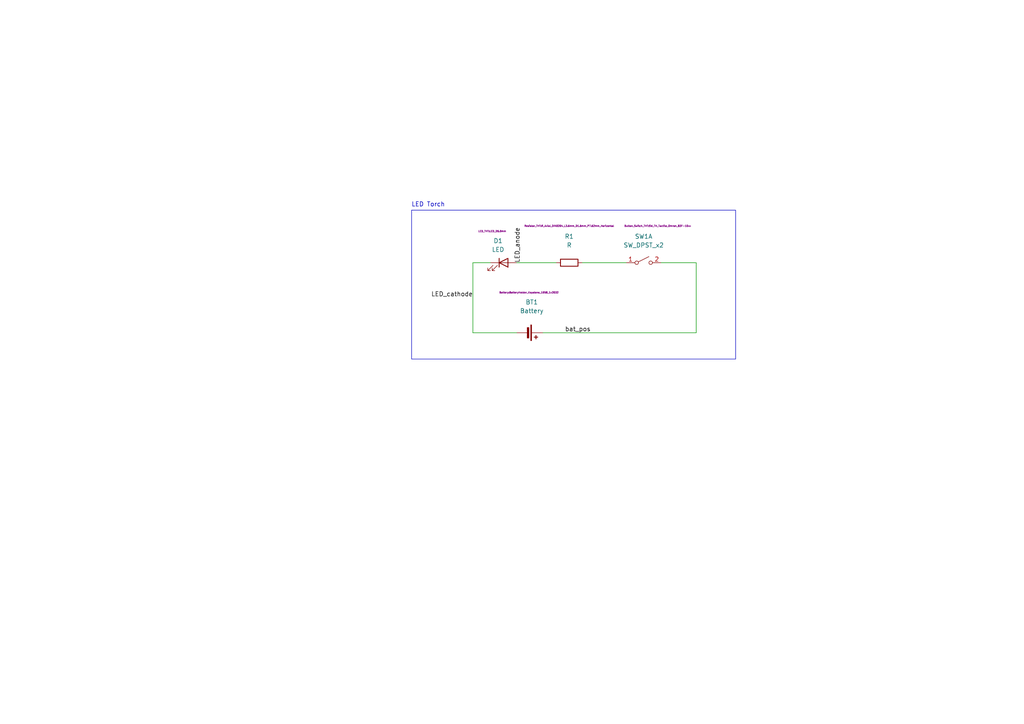
<source format=kicad_sch>
(kicad_sch (version 20231120) (generator "eeschema") (generator_version "8.0")
  (paper "A4")
  (lib_symbols
    (symbol "Device:Battery_Cell" (pin_numbers hide) (pin_names (offset 0) hide)
      (property "Reference" "BT" (at 2.54 2.54 0))
      (property "Value" "Battery_Cell" (at 2.54 0 0))
      (symbol "Battery_Cell_0_1"
        (rectangle (start -2.286 1.778) (end 2.286 1.524) (fill (type outline)))
        (rectangle (start -1.524 1.016) (end 1.524 0.508) (fill (type outline)))
        (polyline (pts (xy 0 0.762) (xy 0 0)))
        (polyline (pts (xy 0 1.778) (xy 0 2.54)))
        (polyline (pts (xy 0.762 3.048) (xy 1.778 3.048)) (stroke (width 0.254)))
        (polyline (pts (xy 1.27 3.556) (xy 1.27 2.54)) (stroke (width 0.254)))
      )
      (symbol "Battery_Cell_1_1"
        (pin passive line (at 0 5.08 270) (length 2.54) (name "+") (number "1"))
        (pin passive line (at 0 -2.54 90) (length 2.54) (name "-") (number "2"))
      )
    )
    (symbol "Device:LED" (pin_numbers hide) (pin_names (offset 1.016) hide)
      (property "Reference" "D" (at 0 2.54 0))
      (property "Value" "LED" (at 0 -2.54 0))
      (symbol "LED_0_1"
        (polyline (pts (xy -1.27 -1.27) (xy -1.27 1.27)) (stroke (width 0.254)))
        (polyline (pts (xy -1.27 0) (xy 1.27 0)))
        (polyline (pts (xy 1.27 -1.27) (xy 1.27 1.27) (xy -1.27 0) (xy 1.27 -1.27)) (stroke (width 0.254)))
        (polyline (pts (xy -3.048 -0.762) (xy -4.572 -2.286) (xy -3.81 -2.286) (xy -4.572 -2.286) (xy -4.572 -1.524)))
        (polyline (pts (xy -1.778 -0.762) (xy -3.302 -2.286) (xy -2.54 -2.286) (xy -3.302 -2.286) (xy -3.302 -1.524)))
      )
      (symbol "LED_1_1"
        (pin passive line (at -3.81 0 0) (length 2.54) (name "K") (number "1"))
        (pin passive line (at 3.81 0 180) (length 2.54) (name "A") (number "2"))
      )
    )
    (symbol "Device:R" (pin_numbers hide) (pin_names (offset 0))
      (property "Reference" "R" (at 2.032 0 90))
      (property "Value" "R" (at 0 0 90))
      (symbol "R_0_1"
        (rectangle (start -1.016 -2.54) (end 1.016 2.54) (stroke (width 0.254)))
      )
      (symbol "R_1_1"
        (pin passive line (at 0 3.81 270) (length 1.27) (name "~") (number "1"))
        (pin passive line (at 0 -3.81 90) (length 1.27) (name "~") (number "2"))
      )
    )
    (symbol "Switch:SW_DPST_x2" (pin_names (offset 0) hide)
      (property "Reference" "SW" (at 0 3.175 0))
      (property "Value" "SW_DPST_x2" (at 0 -2.54 0))
      (symbol "SW_DPST_x2_0_0"
        (circle (center -2.032 0) (radius 0.508))
        (polyline (pts (xy -1.524 0.254) (xy 1.524 1.778)))
        (circle (center 2.032 0) (radius 0.508))
      )
      (symbol "SW_DPST_x2_1_1"
        (pin passive line (at -5.08 0 0) (length 2.54) (name "A") (number "1"))
        (pin passive line (at 5.08 0 180) (length 2.54) (name "B") (number "2"))
      )
      (symbol "SW_DPST_x2_2_1"
        (pin passive line (at -5.08 0 0) (length 2.54) (name "A") (number "3"))
        (pin passive line (at 5.08 0 180) (length 2.54) (name "B") (number "4"))
      )
    )
  )
  (wire (pts (xy 191.77 76.2) (xy 201.93 76.2)))
  (wire (pts (xy 142.24 76.2) (xy 137.16 76.2)))
  (wire (pts (xy 201.93 96.52) (xy 201.93 76.2)))
  (wire (pts (xy 137.16 76.2) (xy 137.16 96.52)))
  (wire (pts (xy 137.16 96.52) (xy 149.86 96.52)))
  (wire (pts (xy 157.48 96.52) (xy 201.93 96.52)))
  (wire (pts (xy 149.86 76.2) (xy 161.29 76.2)))
  (wire (pts (xy 168.91 76.2) (xy 181.61 76.2)))
  (rectangle (start 119.38 60.96) (end 213.36 104.14))
  (text "LED Torch\n" (at 124.206 59.436 0) (effects (font (size 1.27 1.27))))
  (label "LED_anode" (at 151.13 76.2 90))
  (label "LED_cathode" (at 137.16 86.36 180))
  (label "bat_pos" (at 163.83 96.52 0))
  (symbol (lib_id "Device:Battery_Cell") (at 152.4 96.52 270) (unit 1)
    (property "Reference" "BT1" (at 154.2415 87.63 90))
    (property "Value" "Battery" (at 154.2415 90.17 90))
    (property "Footprint" "Battery:BatteryHolder_Keystone_1058_1x2032" (at 153.416 84.836 90) (effects (font (size 0.5 0.5))))
    (property "Description" "Single-cell battery" (effects (hide yes)))
  )
  (symbol (lib_id "Device:R") (at 165.1 76.2 90) (unit 1)
    (property "Reference" "R1" (at 165.1 68.58 90))
    (property "Value" "R" (at 165.1 71.12 90))
    (property "Footprint" "Resistor_THT:R_Axial_DIN0204_L3.6mm_D1.6mm_P7.62mm_Horizontal" (at 165.1 65.532 90) (effects (font (size 0.5 0.5))))
    (property "Description" "Resistor" (effects (hide yes)))
  )
  (symbol (lib_id "Device:LED") (at 146.05 76.2 0) (unit 1)
    (property "Reference" "D1" (at 144.4625 69.85 0))
    (property "Value" "LED" (at 144.4625 72.39 0))
    (property "Footprint" "LED_THT:LED_D5.0mm" (at 142.748 67.056 0) (effects (font (size 0.5 0.5))))
    (property "Description" "Light emitting diode" (effects (hide yes)))
  )
  (symbol (lib_id "Switch:SW_DPST_x2") (at 186.69 76.2 0) (unit 1)
    (property "Reference" "SW1" (at 186.69 68.58 0))
    (property "Value" "SW_DPST_x2" (at 186.69 71.12 0))
    (property "Footprint" "Button_Switch_THT:SW_TH_Tactile_Omron_B3F-10xx" (at 190.754 65.532 0) (effects (font (size 0.5 0.5))))
    (property "Description" "Single Pole Single Throw (SPST) switch, separate symbol" (effects (hide yes)))
  )
)
</source>
